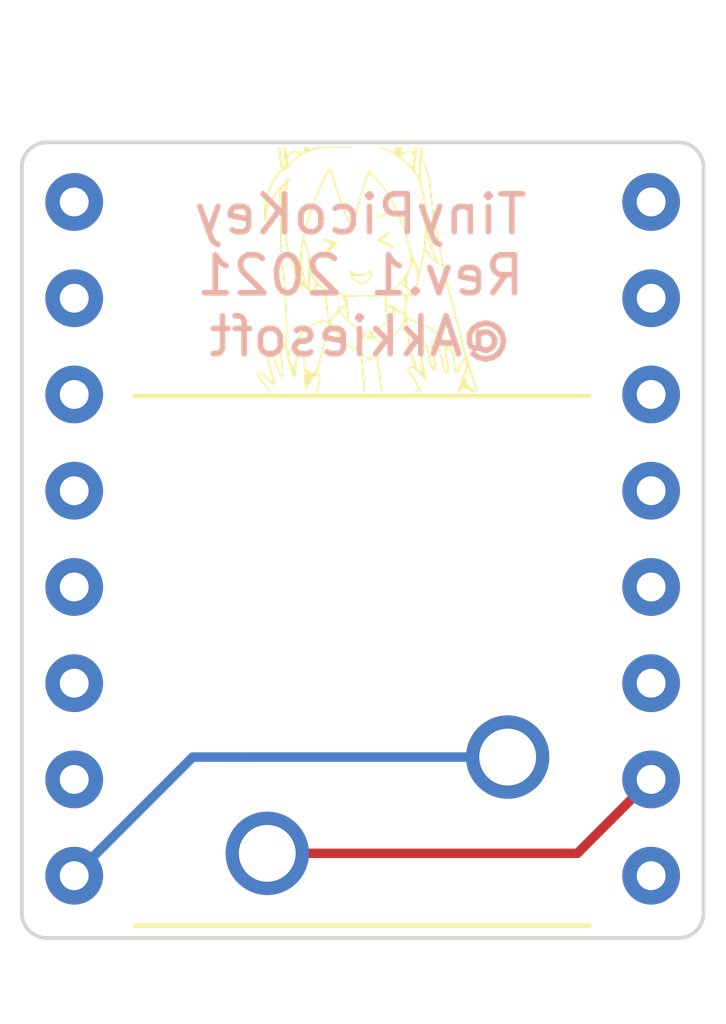
<source format=kicad_pcb>
(kicad_pcb (version 20210228) (generator pcbnew)
  (layers (0 "F.Cu" signal) (31 "B.Cu" signal) (34 "B.Paste" user) (35 "F.Paste" user) (36 "B.SilkS" user "B.Silkscreen") (37 "F.SilkS" user "F.Silkscreen") (38 "B.Mask" user) (39 "F.Mask" user) (44 "Edge.Cuts" user))
  (net 0 "")
  (net 1 "GND")
  (net 2 "Net-(SW1-Pad1)")
  (footprint "rp2040:SW_Cherry_MX_1.00u_PCB_LESS_silk" (layer "F.Cu") (at 99.78 96.25 180)
    (fp_text reference "SW1" hide)
    (fp_text value "SW_Push" hide)
    (pad "" np_thru_hole oval (at -2.5 8.5 180) (size 4 2) (drill oval 4 2) (layers F&B.Cu *.Mask))
    (pad "" np_thru_hole circle (at -7.62 5.08 180) (size 1.7 1.7) (drill 1.7) (layers *.Cu *.Mask))
    (pad "" np_thru_hole circle (at 2.54 5.08 180) (size 1.7 1.7) (drill 1.7) (layers *.Cu *.Mask))
    (pad "" np_thru_hole circle (at -2.54 5.08 180) (size 4 4) (drill 4) (layers *.Cu *.Mask))
    (pad "1" thru_hole circle (at 0 0 180) (size 2.2 2.2) (drill 1.5) (layers *.Cu *.Mask) (net 2 "Net-(SW1-Pad1)"))
    (pad "2" thru_hole circle (at -6.35 2.54 180) (size 2.2 2.2) (drill 1.5) (layers *.Cu *.Mask) (net 1 "GND"))
  )
  (footprint "rp2040:tiny2040_wo_debug" (layer "F.Cu") (at 102.3 73.98)
    (fp_text reference "U1" hide)
    (fp_text value "tiny2040")
    (pad "1" thru_hole circle (at -7.62 5.08) (size 1.524 1.524) (drill 0.762) (layers *.Cu *.Mask))
    (pad "2" thru_hole circle (at -7.62 7.62) (size 1.524 1.524) (drill 0.762) (layers *.Cu *.Mask))
    (pad "3" thru_hole circle (at -7.62 10.16) (size 1.524 1.524) (drill 0.762) (layers *.Cu *.Mask))
    (pad "4" thru_hole circle (at -7.62 12.7) (size 1.524 1.524) (drill 0.762) (layers *.Cu *.Mask))
    (pad "5" thru_hole circle (at -7.62 15.24) (size 1.524 1.524) (drill 0.762) (layers *.Cu *.Mask))
    (pad "6" thru_hole circle (at -7.62 17.78) (size 1.524 1.524) (drill 0.762) (layers *.Cu *.Mask))
    (pad "7" thru_hole circle (at -7.62 20.32) (size 1.524 1.524) (drill 0.762) (layers *.Cu *.Mask))
    (pad "8" thru_hole circle (at -7.62 22.86) (size 1.524 1.524) (drill 0.762) (layers *.Cu *.Mask) (net 1 "GND"))
    (pad "9" thru_hole circle (at 7.62 22.86) (size 1.524 1.524) (drill 0.762) (layers *.Cu *.Mask))
    (pad "10" thru_hole circle (at 7.62 20.32) (size 1.524 1.524) (drill 0.762) (layers *.Cu *.Mask) (net 2 "Net-(SW1-Pad1)"))
    (pad "11" thru_hole circle (at 7.62 17.78) (size 1.524 1.524) (drill 0.762) (layers *.Cu *.Mask))
    (pad "12" thru_hole circle (at 7.62 15.24) (size 1.524 1.524) (drill 0.762) (layers *.Cu *.Mask))
    (pad "13" thru_hole circle (at 7.62 12.7) (size 1.524 1.524) (drill 0.762) (layers *.Cu *.Mask))
    (pad "14" thru_hole circle (at 7.62 10.16) (size 1.524 1.524) (drill 0.762) (layers *.Cu *.Mask))
    (pad "15" thru_hole circle (at 7.62 7.62) (size 1.524 1.524) (drill 0.762) (layers *.Cu *.Mask))
    (pad "16" thru_hole circle (at 7.62 5.08) (size 1.524 1.524) (drill 0.762) (layers *.Cu *.Mask))
  )
  (footprint "clipboard:f648256d-ac84-41b9-9c88-e1d40632992f" (layer "F.Cu") (at 99.699787 79.134662)
    (fp_text reference "" (at 0 0) (layer "F.SilkS") (effects (font (size 1.27 1.27))))
    (fp_text value "" (at 0 0) (layer "F.SilkS") (effects (font (size 1.27 1.27))))
  )
  (gr_arc (start 110.64331 78.146689) (end 110.64331 77.48669) (angle 90) (layer "Edge.Cuts") (width 0.1))
  (gr_line (start 93.95669 77.48669) (end 110.64331 77.48669) (layer "Edge.Cuts") (width 0.1))
  (gr_arc (start 93.95669 97.82331) (end 93.95669 98.48331) (angle 90) (layer "Edge.Cuts") (width 0.1))
  (gr_line (start 110.64331 98.48331) (end 93.95669 98.48331) (layer "Edge.Cuts") (width 0.1))
  (gr_arc (start 110.64331 97.82331) (end 111.30331 97.82331) (angle 90) (layer "Edge.Cuts") (width 0.1))
  (gr_arc (start 93.95669 78.14669) (end 93.29669 78.14669) (angle 90) (layer "Edge.Cuts") (width 0.1))
  (gr_line (start 93.29669 97.82331) (end 93.29669 78.14669) (layer "Edge.Cuts") (width 0.1))
  (gr_line (start 111.30331 78.14669) (end 111.30331 97.82331) (layer "Edge.Cuts") (width 0.1))
  (gr_text "TinyPicoKey\nRev.1 2021\n@Akkiesoft" (at 102.24 81) (layer "B.SilkS") (effects (font (size 1 1)) (justify mirror)))
  (segment (start 95.16 96.84) (end 94.68 96.84) (width 0.25) (layer "B.Cu") (net 1))
  (segment (start 98.99 93.71) (end 97.81 93.71) (width 0.25) (layer "B.Cu") (net 1))
  (segment (start 97.81 93.71) (end 94.68 96.84) (width 0.25) (layer "B.Cu") (net 1))
  (segment (start 99.29 93.71) (end 98.99 93.71) (width 0.25) (layer "B.Cu") (net 1))
  (segment (start 106.13 93.71) (end 99.29 93.71) (width 0.25) (layer "B.Cu") (net 1))
  (segment (start 107.97 96.25) (end 109.92 94.3) (width 0.25) (layer "F.Cu") (net 2))
  (segment (start 99.78 96.25) (end 100.385032 96.25) (width 0.25) (layer "F.Cu") (net 2))
  (segment (start 99.78 96.25) (end 107.97 96.25) (width 0.25) (layer "F.Cu") (net 2))
)
</source>
